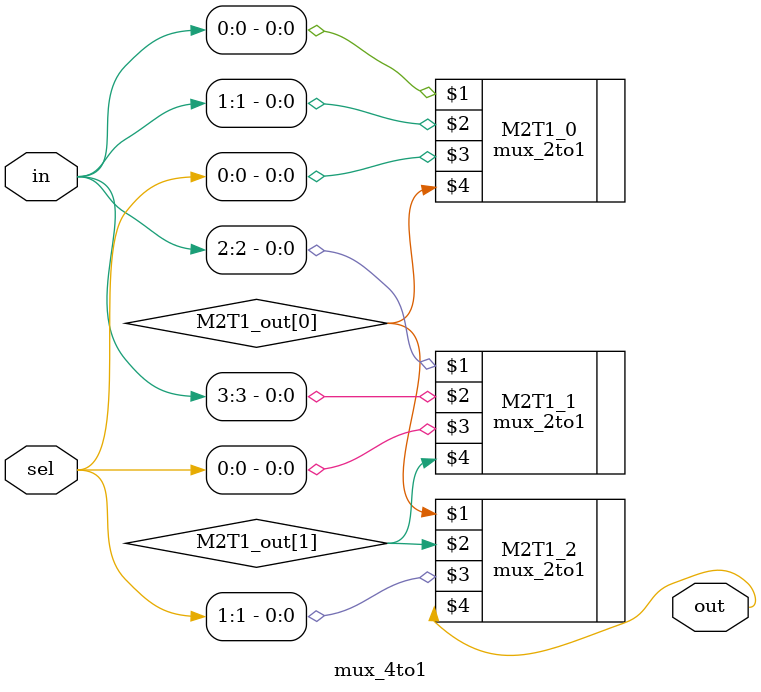
<source format=v>
module mux_4to1(in, sel, out);
	
	input [3:0]in;
	input [1:0]sel;
	output out;
	
	wire M2T1_out[0:1];
	
	mux_2to1 M2T1_0(in[0], in[1], sel[0], M2T1_out[0]);
	mux_2to1 M2T1_1(in[2], in[3], sel[0], M2T1_out[1]);
	mux_2to1 M2T1_2(M2T1_out[0], M2T1_out[1], sel[1], out);
	

endmodule

</source>
